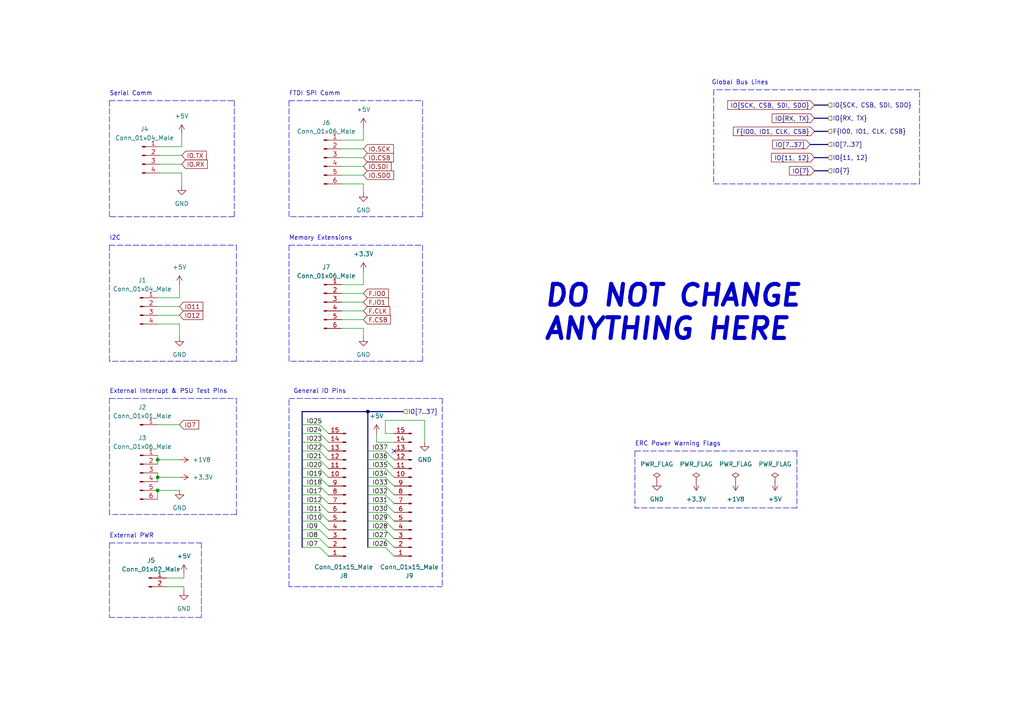
<source format=kicad_sch>
(kicad_sch (version 20211123) (generator eeschema)
  (paper "A4")
  (title_block (title "Rauf Emre Erkiletlioglu") (date "2023-01-28") (company "SoCET Shield Dev."))
  (lib_symbols
    (symbol "Connector:Conn_01x01_Male" (pin_names (offset 1.016) hide)
      (property "Reference" "J" (at 0 2.54 0))
      (property "Value" "Conn_01x01_Male" (at 0 -2.54 0))
      (symbol "Conn_01x01_Male_1_1"
        (polyline (pts (xy 1.27 0) (xy 0.8636 0)) (stroke (width 0.1524)))
        (rectangle (start 0.8636 0.127) (end 0 -0.127) (stroke (width 0.1524)) (fill (type outline)))
        (pin passive line (at 5.08 0 180) (length 3.81) (name "Pin_1") (number "1"))
      )
    )
    (symbol "Connector:Conn_01x02_Male" (pin_names (offset 1.016) hide)
      (property "Reference" "J" (at 0 2.54 0))
      (property "Value" "Conn_01x02_Male" (at 0 -5.08 0))
      (symbol "Conn_01x02_Male_1_1"
        (polyline (pts (xy 1.27 -2.54) (xy 0.8636 -2.54)) (stroke (width 0.1524)))
        (polyline (pts (xy 1.27 0) (xy 0.8636 0)) (stroke (width 0.1524)))
        (rectangle (start 0.8636 -2.413) (end 0 -2.667) (stroke (width 0.1524)) (fill (type outline)))
        (rectangle (start 0.8636 0.127) (end 0 -0.127) (stroke (width 0.1524)) (fill (type outline)))
        (pin passive line (at 5.08 0 180) (length 3.81) (name "Pin_1") (number "1"))
        (pin passive line (at 5.08 -2.54 180) (length 3.81) (name "Pin_2") (number "2"))
      )
    )
    (symbol "Connector:Conn_01x04_Male" (pin_names (offset 1.016) hide)
      (property "Reference" "J" (at 0 5.08 0))
      (property "Value" "Conn_01x04_Male" (at 0 -7.62 0))
      (symbol "Conn_01x04_Male_1_1"
        (polyline (pts (xy 1.27 -5.08) (xy 0.8636 -5.08)) (stroke (width 0.1524)))
        (polyline (pts (xy 1.27 -2.54) (xy 0.8636 -2.54)) (stroke (width 0.1524)))
        (polyline (pts (xy 1.27 0) (xy 0.8636 0)) (stroke (width 0.1524)))
        (polyline (pts (xy 1.27 2.54) (xy 0.8636 2.54)) (stroke (width 0.1524)))
        (rectangle (start 0.8636 -4.953) (end 0 -5.207) (stroke (width 0.1524)) (fill (type outline)))
        (rectangle (start 0.8636 -2.413) (end 0 -2.667) (stroke (width 0.1524)) (fill (type outline)))
        (rectangle (start 0.8636 0.127) (end 0 -0.127) (stroke (width 0.1524)) (fill (type outline)))
        (rectangle (start 0.8636 2.667) (end 0 2.413) (stroke (width 0.1524)) (fill (type outline)))
        (pin passive line (at 5.08 2.54 180) (length 3.81) (name "Pin_1") (number "1"))
        (pin passive line (at 5.08 0 180) (length 3.81) (name "Pin_2") (number "2"))
        (pin passive line (at 5.08 -2.54 180) (length 3.81) (name "Pin_3") (number "3"))
        (pin passive line (at 5.08 -5.08 180) (length 3.81) (name "Pin_4") (number "4"))
      )
    )
    (symbol "Connector:Conn_01x06_Male" (pin_names (offset 1.016) hide)
      (property "Reference" "J" (at 0 7.62 0))
      (property "Value" "Conn_01x06_Male" (at 0 -10.16 0))
      (symbol "Conn_01x06_Male_1_1"
        (polyline (pts (xy 1.27 -7.62) (xy 0.8636 -7.62)) (stroke (width 0.1524)))
        (polyline (pts (xy 1.27 -5.08) (xy 0.8636 -5.08)) (stroke (width 0.1524)))
        (polyline (pts (xy 1.27 -2.54) (xy 0.8636 -2.54)) (stroke (width 0.1524)))
        (polyline (pts (xy 1.27 0) (xy 0.8636 0)) (stroke (width 0.1524)))
        (polyline (pts (xy 1.27 2.54) (xy 0.8636 2.54)) (stroke (width 0.1524)))
        (polyline (pts (xy 1.27 5.08) (xy 0.8636 5.08)) (stroke (width 0.1524)))
        (rectangle (start 0.8636 -7.493) (end 0 -7.747) (stroke (width 0.1524)) (fill (type outline)))
        (rectangle (start 0.8636 -4.953) (end 0 -5.207) (stroke (width 0.1524)) (fill (type outline)))
        (rectangle (start 0.8636 -2.413) (end 0 -2.667) (stroke (width 0.1524)) (fill (type outline)))
        (rectangle (start 0.8636 0.127) (end 0 -0.127) (stroke (width 0.1524)) (fill (type outline)))
        (rectangle (start 0.8636 2.667) (end 0 2.413) (stroke (width 0.1524)) (fill (type outline)))
        (rectangle (start 0.8636 5.207) (end 0 4.953) (stroke (width 0.1524)) (fill (type outline)))
        (pin passive line (at 5.08 5.08 180) (length 3.81) (name "Pin_1") (number "1"))
        (pin passive line (at 5.08 2.54 180) (length 3.81) (name "Pin_2") (number "2"))
        (pin passive line (at 5.08 0 180) (length 3.81) (name "Pin_3") (number "3"))
        (pin passive line (at 5.08 -2.54 180) (length 3.81) (name "Pin_4") (number "4"))
        (pin passive line (at 5.08 -5.08 180) (length 3.81) (name "Pin_5") (number "5"))
        (pin passive line (at 5.08 -7.62 180) (length 3.81) (name "Pin_6") (number "6"))
      )
    )
    (symbol "Connector:Conn_01x15_Male" (pin_names (offset 1.016) hide)
      (property "Reference" "J" (at 0 20.32 0))
      (property "Value" "Conn_01x15_Male" (at 0 -20.32 0))
      (symbol "Conn_01x15_Male_1_1"
        (polyline (pts (xy 1.27 -17.78) (xy 0.8636 -17.78)) (stroke (width 0.1524)))
        (polyline (pts (xy 1.27 -15.24) (xy 0.8636 -15.24)) (stroke (width 0.1524)))
        (polyline (pts (xy 1.27 -12.7) (xy 0.8636 -12.7)) (stroke (width 0.1524)))
        (polyline (pts (xy 1.27 -10.16) (xy 0.8636 -10.16)) (stroke (width 0.1524)))
        (polyline (pts (xy 1.27 -7.62) (xy 0.8636 -7.62)) (stroke (width 0.1524)))
        (polyline (pts (xy 1.27 -5.08) (xy 0.8636 -5.08)) (stroke (width 0.1524)))
        (polyline (pts (xy 1.27 -2.54) (xy 0.8636 -2.54)) (stroke (width 0.1524)))
        (polyline (pts (xy 1.27 0) (xy 0.8636 0)) (stroke (width 0.1524)))
        (polyline (pts (xy 1.27 2.54) (xy 0.8636 2.54)) (stroke (width 0.1524)))
        (polyline (pts (xy 1.27 5.08) (xy 0.8636 5.08)) (stroke (width 0.1524)))
        (polyline (pts (xy 1.27 7.62) (xy 0.8636 7.62)) (stroke (width 0.1524)))
        (polyline (pts (xy 1.27 10.16) (xy 0.8636 10.16)) (stroke (width 0.1524)))
        (polyline (pts (xy 1.27 12.7) (xy 0.8636 12.7)) (stroke (width 0.1524)))
        (polyline (pts (xy 1.27 15.24) (xy 0.8636 15.24)) (stroke (width 0.1524)))
        (polyline (pts (xy 1.27 17.78) (xy 0.8636 17.78)) (stroke (width 0.1524)))
        (rectangle (start 0.8636 -17.653) (end 0 -17.907) (stroke (width 0.1524)) (fill (type outline)))
        (rectangle (start 0.8636 -15.113) (end 0 -15.367) (stroke (width 0.1524)) (fill (type outline)))
        (rectangle (start 0.8636 -12.573) (end 0 -12.827) (stroke (width 0.1524)) (fill (type outline)))
        (rectangle (start 0.8636 -10.033) (end 0 -10.287) (stroke (width 0.1524)) (fill (type outline)))
        (rectangle (start 0.8636 -7.493) (end 0 -7.747) (stroke (width 0.1524)) (fill (type outline)))
        (rectangle (start 0.8636 -4.953) (end 0 -5.207) (stroke (width 0.1524)) (fill (type outline)))
        (rectangle (start 0.8636 -2.413) (end 0 -2.667) (stroke (width 0.1524)) (fill (type outline)))
        (rectangle (start 0.8636 0.127) (end 0 -0.127) (stroke (width 0.1524)) (fill (type outline)))
        (rectangle (start 0.8636 2.667) (end 0 2.413) (stroke (width 0.1524)) (fill (type outline)))
        (rectangle (start 0.8636 5.207) (end 0 4.953) (stroke (width 0.1524)) (fill (type outline)))
        (rectangle (start 0.8636 7.747) (end 0 7.493) (stroke (width 0.1524)) (fill (type outline)))
        (rectangle (start 0.8636 10.287) (end 0 10.033) (stroke (width 0.1524)) (fill (type outline)))
        (rectangle (start 0.8636 12.827) (end 0 12.573) (stroke (width 0.1524)) (fill (type outline)))
        (rectangle (start 0.8636 15.367) (end 0 15.113) (stroke (width 0.1524)) (fill (type outline)))
        (rectangle (start 0.8636 17.907) (end 0 17.653) (stroke (width 0.1524)) (fill (type outline)))
        (pin passive line (at 5.08 17.78 180) (length 3.81) (name "Pin_1") (number "1"))
        (pin passive line (at 5.08 -5.08 180) (length 3.81) (name "Pin_10") (number "10"))
        (pin passive line (at 5.08 -7.62 180) (length 3.81) (name "Pin_11") (number "11"))
        (pin passive line (at 5.08 -10.16 180) (length 3.81) (name "Pin_12") (number "12"))
        (pin passive line (at 5.08 -12.7 180) (length 3.81) (name "Pin_13") (number "13"))
        (pin passive line (at 5.08 -15.24 180) (length 3.81) (name "Pin_14") (number "14"))
        (pin passive line (at 5.08 -17.78 180) (length 3.81) (name "Pin_15") (number "15"))
        (pin passive line (at 5.08 15.24 180) (length 3.81) (name "Pin_2") (number "2"))
        (pin passive line (at 5.08 12.7 180) (length 3.81) (name "Pin_3") (number "3"))
        (pin passive line (at 5.08 10.16 180) (length 3.81) (name "Pin_4") (number "4"))
        (pin passive line (at 5.08 7.62 180) (length 3.81) (name "Pin_5") (number "5"))
        (pin passive line (at 5.08 5.08 180) (length 3.81) (name "Pin_6") (number "6"))
        (pin passive line (at 5.08 2.54 180) (length 3.81) (name "Pin_7") (number "7"))
        (pin passive line (at 5.08 0 180) (length 3.81) (name "Pin_8") (number "8"))
        (pin passive line (at 5.08 -2.54 180) (length 3.81) (name "Pin_9") (number "9"))
      )
    )
    (symbol "power:+1V8" (power) (pin_names (offset 0))
      (property "Value" "+1V8" (at 0 3.556 0))
      (symbol "+1V8_0_1"
        (polyline (pts (xy -0.762 1.27) (xy 0 2.54)))
        (polyline (pts (xy 0 0) (xy 0 2.54)))
        (polyline (pts (xy 0 2.54) (xy 0.762 1.27)))
      )
      (symbol "+1V8_1_1"
        (pin power_in line (at 0 0 90) (length 0) hide (name "+1V8") (number "1"))
      )
    )
    (symbol "power:+3.3V" (power) (pin_names (offset 0))
      (property "Value" "+3.3V" (at 0 3.556 0))
      (symbol "+3.3V_0_1"
        (polyline (pts (xy -0.762 1.27) (xy 0 2.54)))
        (polyline (pts (xy 0 0) (xy 0 2.54)))
        (polyline (pts (xy 0 2.54) (xy 0.762 1.27)))
      )
      (symbol "+3.3V_1_1"
        (pin power_in line (at 0 0 90) (length 0) hide (name "+3.3V") (number "1"))
      )
    )
    (symbol "power:+5V" (power) (pin_names (offset 0))
      (property "Value" "+5V" (at 0 3.556 0))
      (symbol "+5V_0_1"
        (polyline (pts (xy -0.762 1.27) (xy 0 2.54)))
        (polyline (pts (xy 0 0) (xy 0 2.54)))
        (polyline (pts (xy 0 2.54) (xy 0.762 1.27)))
      )
      (symbol "+5V_1_1"
        (pin power_in line (at 0 0 90) (length 0) hide (name "+5V") (number "1"))
      )
    )
    (symbol "power:GND" (power) (pin_names (offset 0))
      (property "Value" "GND" (at 0 -3.81 0))
      (symbol "GND_0_1"
        (polyline (pts (xy 0 0) (xy 0 -1.27) (xy 1.27 -1.27) (xy 0 -2.54) (xy -1.27 -1.27) (xy 0 -1.27)))
      )
      (symbol "GND_1_1"
        (pin power_in line (at 0 0 270) (length 0) hide (name "GND") (number "1"))
      )
    )
    (symbol "power:PWR_FLAG" (power) (pin_numbers hide) (pin_names (offset 0) hide)
      (property "Value" "PWR_FLAG" (at 0 3.81 0))
      (symbol "PWR_FLAG_0_0"
        (pin power_out line (at 0 0 90) (length 0) (name "pwr") (number "1"))
      )
      (symbol "PWR_FLAG_0_1"
        (polyline (pts (xy 0 0) (xy 0 1.27) (xy -1.016 1.905) (xy 0 2.54) (xy 1.016 1.905) (xy 0 1.27)))
      )
    )
  )
  (junction (at 45.72 133.35))
  (junction (at 106.68 119.38))
  (junction (at 45.72 138.43))
  (junction (at 45.72 142.24))
  (no_connect (at 114.3 130.81))
  (bus_entry (at 95.25 135.89) (size -2.54 -2.54))
  (bus_entry (at 95.25 151.13) (size -2.54 -2.54))
  (bus_entry (at 114.3 133.35) (size -2.54 -2.54))
  (bus_entry (at 114.3 151.13) (size -2.54 -2.54))
  (bus_entry (at 95.25 128.27) (size -2.54 -2.54))
  (bus_entry (at 95.25 153.67) (size -2.54 -2.54))
  (bus_entry (at 114.3 146.05) (size -2.54 -2.54))
  (bus_entry (at 95.25 140.97) (size -2.54 -2.54))
  (bus_entry (at 95.25 156.21) (size -2.54 -2.54))
  (bus_entry (at 95.25 161.29) (size -2.54 -2.54))
  (bus_entry (at 114.3 153.67) (size -2.54 -2.54))
  (bus_entry (at 114.3 156.21) (size -2.54 -2.54))
  (bus_entry (at 114.3 138.43) (size -2.54 -2.54))
  (bus_entry (at 114.3 135.89) (size -2.54 -2.54))
  (bus_entry (at 114.3 158.75) (size -2.54 -2.54))
  (bus_entry (at 95.25 148.59) (size -2.54 -2.54))
  (bus_entry (at 114.3 161.29) (size -2.54 -2.54))
  (bus_entry (at 95.25 138.43) (size -2.54 -2.54))
  (bus_entry (at 95.25 130.81) (size -2.54 -2.54))
  (bus_entry (at 114.3 140.97) (size -2.54 -2.54))
  (bus_entry (at 114.3 148.59) (size -2.54 -2.54))
  (bus_entry (at 95.25 146.05) (size -2.54 -2.54))
  (bus_entry (at 95.25 143.51) (size -2.54 -2.54))
  (bus_entry (at 95.25 125.73) (size -2.54 -2.54))
  (bus_entry (at 95.25 133.35) (size -2.54 -2.54))
  (bus_entry (at 95.25 158.75) (size -2.54 -2.54))
  (bus_entry (at 114.3 143.51) (size -2.54 -2.54))
  (wire (pts (xy 87.63 140.97) (xy 92.71 140.97)))
  (polyline (pts (xy 266.7 26.035) (xy 207.01 26.035)))
  (wire (pts (xy 87.63 158.75) (xy 92.71 158.75)))
  (wire (pts (xy 111.76 125.73) (xy 111.76 121.92)))
  (polyline (pts (xy 31.75 149.225) (xy 31.75 115.57)))
  (wire (pts (xy 99.06 82.55) (xy 105.41 82.55)))
  (polyline (pts (xy 67.945 62.865) (xy 31.75 62.865)))
  (wire (pts (xy 106.68 151.13) (xy 111.76 151.13)))
  (wire (pts (xy 45.72 142.24) (xy 52.07 142.24)))
  (polyline (pts (xy 128.27 115.57) (xy 128.27 170.18)))
  (polyline (pts (xy 58.42 157.48) (xy 58.42 179.07)))
  (wire (pts (xy 87.63 148.59) (xy 92.71 148.59)))
  (wire (pts (xy 87.63 130.81) (xy 92.71 130.81)))
  (wire (pts (xy 114.3 125.73) (xy 111.76 125.73)))
  (wire (pts (xy 45.72 138.43) (xy 45.72 139.7)))
  (wire (pts (xy 106.68 130.81) (xy 111.76 130.81)))
  (polyline (pts (xy 231.14 147.32) (xy 184.15 147.32)))
  (wire (pts (xy 87.63 125.73) (xy 92.71 125.73)))
  (wire (pts (xy 99.06 95.25) (xy 105.41 95.25)))
  (polyline (pts (xy 68.58 104.775) (xy 31.75 104.775)))
  (bus (pts (xy 106.68 119.38) (xy 106.68 158.75)))
  (wire (pts (xy 106.68 148.59) (xy 111.76 148.59)))
  (polyline (pts (xy 184.15 130.81) (xy 231.14 130.81)))
  (wire (pts (xy 99.06 40.64) (xy 105.41 40.64)))
  (wire (pts (xy 45.72 86.36) (xy 52.07 86.36)))
  (wire (pts (xy 46.355 45.085) (xy 52.705 45.085)))
  (wire (pts (xy 52.07 82.55) (xy 52.07 86.36)))
  (wire (pts (xy 45.72 142.24) (xy 45.72 144.78)))
  (polyline (pts (xy 68.58 149.225) (xy 31.75 149.225)))
  (wire (pts (xy 109.22 128.27) (xy 114.3 128.27)))
  (wire (pts (xy 87.63 153.67) (xy 92.71 153.67)))
  (wire (pts (xy 52.07 93.98) (xy 52.07 97.79)))
  (bus (pts (xy 236.22 34.29) (xy 240.03 34.29)))
  (wire (pts (xy 45.72 133.35) (xy 45.72 134.62)))
  (polyline (pts (xy 184.15 130.81) (xy 184.15 147.32)))
  (wire (pts (xy 87.63 156.21) (xy 92.71 156.21)))
  (bus (pts (xy 234.95 41.91) (xy 240.03 41.91)))
  (wire (pts (xy 45.72 88.9) (xy 52.07 88.9)))
  (polyline (pts (xy 58.42 179.07) (xy 31.75 179.07)))
  (wire (pts (xy 99.06 53.34) (xy 105.41 53.34)))
  (wire (pts (xy 45.72 91.44) (xy 52.07 91.44)))
  (wire (pts (xy 53.34 170.18) (xy 53.34 171.45)))
  (wire (pts (xy 87.63 123.19) (xy 92.71 123.19)))
  (polyline (pts (xy 67.945 29.21) (xy 67.945 62.865)))
  (wire (pts (xy 52.07 138.43) (xy 45.72 138.43)))
  (polyline (pts (xy 231.14 130.81) (xy 231.14 147.32)))
  (polyline (pts (xy 122.555 71.12) (xy 122.555 104.775)))
  (polyline (pts (xy 122.555 104.775) (xy 83.82 104.775)))
  (wire (pts (xy 87.63 143.51) (xy 92.71 143.51)))
  (wire (pts (xy 45.72 132.08) (xy 45.72 133.35)))
  (polyline (pts (xy 83.82 104.775) (xy 83.82 71.12)))
  (wire (pts (xy 99.06 92.71) (xy 105.41 92.71)))
  (wire (pts (xy 109.22 125.73) (xy 109.22 128.27)))
  (bus (pts (xy 236.22 30.48) (xy 240.03 30.48)))
  (polyline (pts (xy 266.7 37.465) (xy 266.7 26.035)))
  (bus (pts (xy 236.22 38.1) (xy 240.03 38.1)))
  (wire (pts (xy 99.06 45.72) (xy 105.41 45.72)))
  (wire (pts (xy 106.68 153.67) (xy 111.76 153.67)))
  (wire (pts (xy 99.06 85.09) (xy 105.41 85.09)))
  (wire (pts (xy 106.68 146.05) (xy 111.76 146.05)))
  (wire (pts (xy 106.68 156.21) (xy 111.76 156.21)))
  (wire (pts (xy 106.68 138.43) (xy 111.76 138.43)))
  (polyline (pts (xy 207.01 37.465) (xy 207.01 53.34)))
  (wire (pts (xy 99.06 48.26) (xy 105.41 48.26)))
  (polyline (pts (xy 31.75 157.48) (xy 58.42 157.48)))
  (polyline (pts (xy 207.01 53.34) (xy 266.7 53.34)))
  (polyline (pts (xy 266.7 53.34) (xy 266.7 37.465)))
  (wire (pts (xy 123.19 121.92) (xy 123.19 128.27)))
  (polyline (pts (xy 31.75 71.12) (xy 68.58 71.12)))
  (polyline (pts (xy 83.82 170.18) (xy 83.82 115.57)))
  (wire (pts (xy 52.705 38.735) (xy 52.705 42.545)))
  (wire (pts (xy 111.76 121.92) (xy 123.19 121.92)))
  (bus (pts (xy 236.22 45.72) (xy 240.03 45.72)))
  (wire (pts (xy 87.63 138.43) (xy 92.71 138.43)))
  (wire (pts (xy 106.68 135.89) (xy 111.76 135.89)))
  (polyline (pts (xy 83.82 71.12) (xy 122.555 71.12)))
  (wire (pts (xy 87.63 128.27) (xy 92.71 128.27)))
  (wire (pts (xy 46.355 42.545) (xy 52.705 42.545)))
  (wire (pts (xy 45.72 133.35) (xy 52.07 133.35)))
  (wire (pts (xy 87.63 146.05) (xy 92.71 146.05)))
  (wire (pts (xy 45.72 93.98) (xy 52.07 93.98)))
  (wire (pts (xy 45.72 123.19) (xy 52.07 123.19)))
  (wire (pts (xy 48.26 167.64) (xy 53.34 167.64)))
  (wire (pts (xy 46.355 50.165) (xy 52.705 50.165)))
  (polyline (pts (xy 31.75 29.21) (xy 67.945 29.21)))
  (polyline (pts (xy 207.01 26.035) (xy 207.01 37.465)))
  (polyline (pts (xy 31.75 104.775) (xy 31.75 71.12)))
  (wire (pts (xy 87.63 133.35) (xy 92.71 133.35)))
  (wire (pts (xy 105.41 95.25) (xy 105.41 97.79)))
  (wire (pts (xy 106.68 143.51) (xy 111.76 143.51)))
  (polyline (pts (xy 83.82 29.21) (xy 122.555 29.21)))
  (wire (pts (xy 105.41 78.74) (xy 105.41 82.55)))
  (polyline (pts (xy 68.58 115.57) (xy 68.58 149.225)))
  (polyline (pts (xy 68.58 71.12) (xy 68.58 104.775)))
  (wire (pts (xy 46.355 47.625) (xy 52.705 47.625)))
  (polyline (pts (xy 122.555 29.21) (xy 122.555 62.865)))
  (wire (pts (xy 99.06 43.18) (xy 105.41 43.18)))
  (wire (pts (xy 45.72 138.43) (xy 45.72 137.16)))
  (wire (pts (xy 106.68 140.97) (xy 111.76 140.97)))
  (wire (pts (xy 48.26 170.18) (xy 53.34 170.18)))
  (bus (pts (xy 87.63 119.38) (xy 106.68 119.38)))
  (polyline (pts (xy 31.75 62.865) (xy 31.75 29.21)))
  (wire (pts (xy 53.34 167.64) (xy 53.34 166.37)))
  (polyline (pts (xy 31.75 157.48) (xy 31.75 179.07)))
  (wire (pts (xy 52.705 50.165) (xy 52.705 53.975)))
  (wire (pts (xy 87.63 151.13) (xy 92.71 151.13)))
  (wire (pts (xy 87.63 135.89) (xy 92.71 135.89)))
  (polyline (pts (xy 83.82 115.57) (xy 128.27 115.57)))
  (wire (pts (xy 106.68 158.75) (xy 111.76 158.75)))
  (bus (pts (xy 106.68 119.38) (xy 116.84 119.38)))
  (polyline (pts (xy 83.82 62.865) (xy 83.82 29.21)))
  (bus (pts (xy 87.63 158.75) (xy 87.63 119.38)))
  (wire (pts (xy 105.41 36.83) (xy 105.41 40.64)))
  (wire (pts (xy 99.06 87.63) (xy 105.41 87.63)))
  (bus (pts (xy 236.22 49.53) (xy 240.03 49.53)))
  (wire (pts (xy 106.68 133.35) (xy 111.76 133.35)))
  (wire (pts (xy 99.06 50.8) (xy 105.41 50.8)))
  (wire (pts (xy 99.06 90.17) (xy 105.41 90.17)))
  (wire (pts (xy 105.41 53.34) (xy 105.41 55.88)))
  (polyline (pts (xy 122.555 62.865) (xy 83.82 62.865)))
  (polyline (pts (xy 31.75 115.57) (xy 68.58 115.57)))
  (polyline (pts (xy 128.27 170.18) (xy 83.82 170.18)))
  (text "General IO Pins" (at 85.09 114.3 0) (effects (font (size 1.27 1.27)) (justify left bottom)))
  (text "External Interrupt & PSU Test Pins" (at 31.75 114.3 0) (effects (font (size 1.27 1.27)) (justify left bottom)))
  (text "ERC Power Warning Flags" (at 184.15 129.54 0) (effects (font (size 1.27 1.27)) (justify left bottom)))
  (text "Global Bus Lines" (at 206.375 24.765 0) (effects (font (size 1.27 1.27)) (justify left bottom)))
  (text "DO NOT CHANGE \nANYTHING HERE" (at 157.48 99.06 0) (effects (font (size 6 6) (thickness 1.2) bold italic) (justify left bottom)))
  (text "Serial Comm" (at 31.75 27.94 0) (effects (font (size 1.27 1.27)) (justify left bottom)))
  (text "External PWR" (at 31.75 156.21 0) (effects (font (size 1.27 1.27)) (justify left bottom)))
  (text "Memory Extensions" (at 83.82 69.85 0) (effects (font (size 1.27 1.27)) (justify left bottom)))
  (text "I2C" (at 31.75 69.85 0) (effects (font (size 1.27 1.27)) (justify left bottom)))
  (text "FTDI SPI Comm" (at 83.82 27.94 0) (effects (font (size 1.27 1.27)) (justify left bottom)))
  (label "IO26" (at 107.95 158.75 0))
  (label "IO8" (at 88.9 156.21 0))
  (label "IO19" (at 88.9 138.43 0))
  (label "IO11" (at 88.9 148.59 0))
  (label "IO18" (at 88.9 140.97 0))
  (label "IO34" (at 107.95 138.43 0))
  (label "IO20" (at 88.9 135.89 0))
  (label "IO21" (at 88.9 133.35 0))
  (label "IO27" (at 107.95 156.21 0))
  (label "IO12" (at 88.9 146.05 0))
  (label "IO28" (at 107.95 153.67 0))
  (label "IO35" (at 107.95 135.89 0))
  (label "IO7" (at 88.9 158.75 0))
  (label "IO22" (at 88.9 130.81 0))
  (label "IO9" (at 88.9 153.67 0))
  (label "IO31" (at 107.95 146.05 0))
  (label "IO37" (at 107.95 130.81 0))
  (label "IO33" (at 107.95 140.97 0))
  (label "IO29" (at 107.95 151.13 0))
  (label "IO30" (at 107.95 148.59 0))
  (label "IO10" (at 88.9 151.13 0))
  (label "IO24" (at 88.9 125.73 0))
  (label "IO17" (at 88.9 143.51 0))
  (label "IO25" (at 88.9 123.19 0))
  (label "IO23" (at 88.9 128.27 0))
  (label "IO32" (at 107.95 143.51 0))
  (label "IO36" (at 107.95 133.35 0))
  (global_label "IO.SDO" (shape input) (at 105.41 50.8 0) (property "Sayfalar Arası Referanslar" "${INTERSHEET_REFS}" (effects hide)))
  (global_label "IO{7}" (shape input) (at 236.22 49.53 180) (property "Sayfalar Arası Referanslar" "${INTERSHEET_REFS}" (effects hide)))
  (global_label "F.CSB" (shape input) (at 105.41 92.71 0) (property "Sayfalar Arası Referanslar" "${INTERSHEET_REFS}" (effects hide)))
  (global_label "IO11" (shape input) (at 52.07 88.9 0) (property "Sayfalar Arası Referanslar" "${INTERSHEET_REFS}" (effects hide)))
  (global_label "IO12" (shape input) (at 52.07 91.44 0) (property "Sayfalar Arası Referanslar" "${INTERSHEET_REFS}" (effects hide)))
  (global_label "F{IO0, IO1, CLK, CSB}" (shape input) (at 236.22 38.1 180) (property "Sayfalar Arası Referanslar" "${INTERSHEET_REFS}" (effects hide)))
  (global_label "F.CLK" (shape input) (at 105.41 90.17 0) (property "Sayfalar Arası Referanslar" "${INTERSHEET_REFS}" (effects hide)))
  (global_label "IO.RX" (shape input) (at 52.705 47.625 0) (property "Sayfalar Arası Referanslar" "${INTERSHEET_REFS}" (effects hide)))
  (global_label "IO.SCK" (shape input) (at 105.41 43.18 0) (property "Sayfalar Arası Referanslar" "${INTERSHEET_REFS}" (effects hide)))
  (global_label "IO{RX, TX}" (shape input) (at 236.22 34.29 180) (property "Sayfalar Arası Referanslar" "${INTERSHEET_REFS}" (effects hide)))
  (global_label "IO7" (shape input) (at 52.07 123.19 0) (property "Sayfalar Arası Referanslar" "${INTERSHEET_REFS}" (effects hide)))
  (global_label "F.IO0" (shape input) (at 105.41 85.09 0) (property "Sayfalar Arası Referanslar" "${INTERSHEET_REFS}" (effects hide)))
  (global_label "IO.SDI" (shape input) (at 105.41 48.26 0) (property "Sayfalar Arası Referanslar" "${INTERSHEET_REFS}" (effects hide)))
  (global_label "F.IO1" (shape input) (at 105.41 87.63 0) (property "Sayfalar Arası Referanslar" "${INTERSHEET_REFS}" (effects hide)))
  (global_label "IO{SCK, CSB, SDI, SDO}" (shape input) (at 236.22 30.48 180) (property "Sayfalar Arası Referanslar" "${INTERSHEET_REFS}" (effects hide)))
  (global_label "IO.CSB" (shape input) (at 105.41 45.72 0) (property "Sayfalar Arası Referanslar" "${INTERSHEET_REFS}" (effects hide)))
  (global_label "IO{11, 12}" (shape input) (at 236.22 45.72 180) (property "Sayfalar Arası Referanslar" "${INTERSHEET_REFS}" (effects hide)))
  (global_label "IO.TX" (shape input) (at 52.705 45.085 0) (property "Sayfalar Arası Referanslar" "${INTERSHEET_REFS}" (effects hide)))
  (global_label "IO[7..37]" (shape input) (at 234.95 41.91 180) (property "Sayfalar Arası Referanslar" "${INTERSHEET_REFS}" (effects hide)))
  (hierarchical_label "IO[7..37]" (shape input) (at 240.03 41.91 0))
  (hierarchical_label "IO[7..37]" (shape input) (at 116.84 119.38 0))
  (hierarchical_label "IO{7}" (shape input) (at 240.03 49.53 0))
  (hierarchical_label "F{IO0, IO1, CLK, CSB}" (shape input) (at 240.03 38.1 0))
  (hierarchical_label "IO{SCK, CSB, SDI, SDO}" (shape input) (at 240.03 30.48 0))
  (hierarchical_label "IO{RX, TX}" (shape input) (at 240.03 34.29 0))
  (hierarchical_label "IO{11, 12}" (shape input) (at 240.03 45.72 0))
  (symbol (lib_id "power:GND") (at 123.19 128.27 0) (unit 1)
    (property "Reference" "#PWR015" (effects hide))
    (property "Value" "GND" (at 123.19 133.35 0))
  )
  (symbol (lib_id "Connector:Conn_01x06_Male") (at 93.98 87.63 0) (unit 1)
    (property "Reference" "J7" (at 94.615 77.47 0))
    (property "Value" "Conn_01x06_Male" (at 94.615 80.01 0))
    (property "Footprint" "Connector_PinHeader_2.00mm:PinHeader_1x06_P2.00mm_Vertical" (effects hide))
  )
  (symbol (lib_id "power:GND") (at 52.07 97.79 0) (unit 1)
    (property "Reference" "#PWR02" (effects hide))
    (property "Value" "GND" (at 52.07 102.87 0))
  )
  (symbol (lib_id "Connector:Conn_01x15_Male") (at 119.38 143.51 180) (unit 1)
    (property "Reference" "J9" (at 118.745 167.005 0))
    (property "Value" "Conn_01x15_Male" (at 118.745 164.465 0))
    (property "Footprint" "Connector_PinHeader_2.00mm:PinHeader_1x15_P2.00mm_Vertical" (effects hide))
  )
  (symbol (lib_id "power:+1V8") (at 52.07 133.35 270) (unit 1)
    (property "Reference" "#PWR03" (effects hide))
    (property "Value" "+1V8" (at 55.88 133.3499 90) (effects (justify left)))
  )
  (symbol (lib_id "Connector:Conn_01x06_Male") (at 40.64 137.16 0) (unit 1)
    (property "Reference" "J3" (at 41.275 127 0))
    (property "Value" "Conn_01x06_Male" (at 41.275 129.54 0))
    (property "Footprint" "Connector_PinHeader_2.00mm:PinHeader_1x06_P2.00mm_Vertical" (effects hide))
  )
  (symbol (lib_id "Connector:Conn_01x04_Male") (at 40.64 88.9 0) (unit 1)
    (property "Reference" "J1" (at 41.275 81.28 0))
    (property "Value" "Conn_01x04_Male" (at 41.275 83.82 0))
    (property "Footprint" "Connector_PinHeader_2.00mm:PinHeader_1x04_P2.00mm_Vertical" (effects hide))
  )
  (symbol (lib_id "Connector:Conn_01x04_Male") (at 41.275 45.085 0) (unit 1)
    (property "Reference" "J4" (at 41.91 37.465 0))
    (property "Value" "Conn_01x04_Male" (at 41.91 40.005 0))
    (property "Footprint" "Connector_PinHeader_2.00mm:PinHeader_1x04_P2.00mm_Vertical" (effects hide))
  )
  (symbol (lib_id "power:+5V") (at 109.22 125.73 0) (unit 1)
    (property "Reference" "#PWR014" (effects hide))
    (property "Value" "+5V" (at 109.22 120.65 0))
  )
  (symbol (lib_id "Connector:Conn_01x02_Male") (at 43.18 167.64 0) (unit 1)
    (property "Reference" "J5" (at 43.815 162.56 0))
    (property "Value" "Conn_01x02_Male" (at 43.815 165.1 0))
    (property "Footprint" "Connector_PinHeader_2.00mm:PinHeader_1x02_P2.00mm_Vertical" (effects hide))
  )
  (symbol (lib_id "Connector:Conn_01x01_Male") (at 40.64 123.19 0) (unit 1)
    (property "Reference" "J2" (at 41.275 118.11 0))
    (property "Value" "Conn_01x01_Male" (at 41.275 120.65 0))
    (property "Footprint" "Connector_PinHeader_2.00mm:PinHeader_1x01_P2.00mm_Vertical" (effects hide))
  )
  (symbol (lib_id "power:+5V") (at 105.41 36.83 0) (unit 1)
    (property "Reference" "#PWR010" (effects hide))
    (property "Value" "+5V" (at 105.41 31.75 0))
  )
  (symbol (lib_id "power:+5V") (at 52.705 38.735 0) (unit 1)
    (property "Reference" "#PWR06" (effects hide))
    (property "Value" "+5V" (at 52.705 33.655 0))
  )
  (symbol (lib_id "power:GND") (at 52.07 142.24 0) (unit 1)
    (property "Reference" "#PWR05" (effects hide))
    (property "Value" "GND" (at 52.07 147.32 0))
  )
  (symbol (lib_id "power:GND") (at 190.5 139.7 0) (unit 1)
    (property "Reference" "#PWR016" (effects hide))
    (property "Value" "GND" (at 190.5 144.78 0))
  )
  (symbol (lib_id "power:PWR_FLAG") (at 213.36 139.7 0) (unit 1)
    (property "Reference" "#FLG03" (effects hide))
    (property "Value" "PWR_FLAG" (at 213.36 134.62 0))
  )
  (symbol (lib_id "power:PWR_FLAG") (at 201.93 139.7 0) (unit 1)
    (property "Reference" "#FLG02" (effects hide))
    (property "Value" "PWR_FLAG" (at 201.93 134.62 0))
  )
  (symbol (lib_id "power:GND") (at 53.34 171.45 0) (unit 1)
    (property "Reference" "#PWR09" (effects hide))
    (property "Value" "GND" (at 53.34 176.53 0))
  )
  (symbol (lib_id "Connector:Conn_01x06_Male") (at 93.98 45.72 0) (unit 1)
    (property "Reference" "J6" (at 94.615 35.56 0))
    (property "Value" "Conn_01x06_Male" (at 94.615 38.1 0))
    (property "Footprint" "Connector_PinHeader_2.00mm:PinHeader_1x06_P2.00mm_Vertical" (effects hide))
  )
  (symbol (lib_id "power:+5V") (at 224.79 139.7 180) (unit 1)
    (property "Reference" "#PWR019" (effects hide))
    (property "Value" "+5V" (at 224.79 144.78 0))
  )
  (symbol (lib_id "power:+3.3V") (at 52.07 138.43 270) (unit 1)
    (property "Reference" "#PWR04" (effects hide))
    (property "Value" "+3.3V" (at 55.88 138.4299 90) (effects (justify left)))
  )
  (symbol (lib_id "power:GND") (at 105.41 55.88 0) (unit 1)
    (property "Reference" "#PWR011" (effects hide))
    (property "Value" "GND" (at 105.41 60.96 0))
  )
  (symbol (lib_id "power:PWR_FLAG") (at 190.5 139.7 0) (unit 1)
    (property "Reference" "#FLG01" (effects hide))
    (property "Value" "PWR_FLAG" (at 190.5 134.62 0))
  )
  (symbol (lib_id "power:GND") (at 52.705 53.975 0) (unit 1)
    (property "Reference" "#PWR07" (effects hide))
    (property "Value" "GND" (at 52.705 59.055 0))
  )
  (symbol (lib_id "power:+5V") (at 53.34 166.37 0) (unit 1)
    (property "Reference" "#PWR08" (effects hide))
    (property "Value" "+5V" (at 53.34 161.29 0))
  )
  (symbol (lib_id "power:GND") (at 105.41 97.79 0) (unit 1)
    (property "Reference" "#PWR013" (effects hide))
    (property "Value" "GND" (at 105.41 102.87 0))
  )
  (symbol (lib_id "power:+1V8") (at 213.36 139.7 180) (unit 1)
    (property "Reference" "#PWR018" (effects hide))
    (property "Value" "+1V8" (at 213.36 144.78 0))
  )
  (symbol (lib_id "power:+3.3V") (at 105.41 78.74 0) (unit 1)
    (property "Reference" "#PWR012" (effects hide))
    (property "Value" "+3.3V" (at 105.41 73.66 0))
  )
  (symbol (lib_id "power:+5V") (at 52.07 82.55 0) (unit 1)
    (property "Reference" "#PWR01" (effects hide))
    (property "Value" "+5V" (at 52.07 77.47 0))
  )
  (symbol (lib_id "power:+3.3V") (at 201.93 139.7 180) (unit 1)
    (property "Reference" "#PWR017" (effects hide))
    (property "Value" "+3.3V" (at 201.93 144.78 0))
  )
  (symbol (lib_id "Connector:Conn_01x15_Male") (at 100.33 143.51 180) (unit 1)
    (property "Reference" "J8" (at 99.695 167.005 0))
    (property "Value" "Conn_01x15_Male" (at 99.695 164.465 0))
    (property "Footprint" "Connector_PinHeader_2.00mm:PinHeader_1x15_P2.00mm_Vertical" (effects hide))
  )
  (symbol (lib_id "power:PWR_FLAG") (at 224.79 139.7 0) (unit 1)
    (property "Reference" "#FLG04" (effects hide))
    (property "Value" "PWR_FLAG" (at 224.79 134.62 0))
  )
)
</source>
